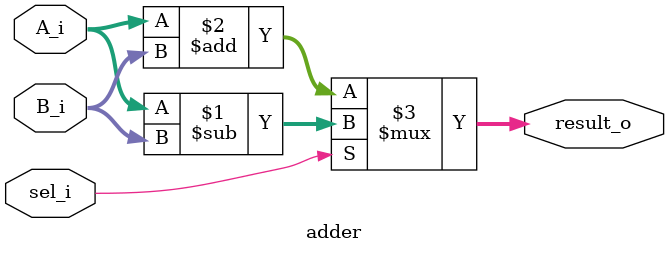
<source format=sv>
/* verilator lint_off UNOPTFLAT */
module adder
#(
    parameter N = 9
)
(
    // input
        input logic [N-1:0] A_i ,
        input logic [N-1:0] B_i ,
        //input logic         carry_i ,
        input logic         sel_i ,

    // output
        //output logic         carry_o ,
        output logic [N-1:0] result_o

) ;
    assign result_o = (sel_i) ? A_i - B_i : A_i + B_i ;

    // logic [N:0] A_temp , B_temp , result_temp ;

    // assign A_temp = {A_i[N-1],A_i} ;
    // assign B_temp = {B_i[N-1],B_i} ;

    // always_comb begin
    //     if(carry_i) begin
    //         if(sel_i) result_temp = A_temp - B_temp - 1 ;
    //         else      result_temp = A_temp + B_temp + 1 ;
    //     end else begin
    //         result_temp = (sel_i) ? A_temp - B_temp : A_temp + B_temp ;
    //     end
    // end

    // assign carry_o = result_temp[N] ;
    // assign result_o = result_temp[N-1:0] ;

endmodule : adder 

</source>
